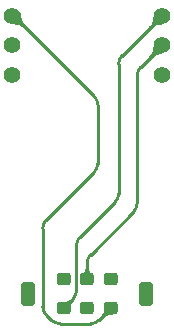
<source format=gbr>
G04 #@! TF.GenerationSoftware,KiCad,Pcbnew,(6.0.6-0)*
G04 #@! TF.CreationDate,2022-11-05T02:26:20-04:00*
G04 #@! TF.ProjectId,Twins Switch PCB,5477696e-7320-4537-9769-746368205043,1*
G04 #@! TF.SameCoordinates,Original*
G04 #@! TF.FileFunction,Copper,L2,Bot*
G04 #@! TF.FilePolarity,Positive*
%FSLAX46Y46*%
G04 Gerber Fmt 4.6, Leading zero omitted, Abs format (unit mm)*
G04 Created by KiCad (PCBNEW (6.0.6-0)) date 2022-11-05 02:26:20*
%MOMM*%
%LPD*%
G01*
G04 APERTURE LIST*
G04 Aperture macros list*
%AMRoundRect*
0 Rectangle with rounded corners*
0 $1 Rounding radius*
0 $2 $3 $4 $5 $6 $7 $8 $9 X,Y pos of 4 corners*
0 Add a 4 corners polygon primitive as box body*
4,1,4,$2,$3,$4,$5,$6,$7,$8,$9,$2,$3,0*
0 Add four circle primitives for the rounded corners*
1,1,$1+$1,$2,$3*
1,1,$1+$1,$4,$5*
1,1,$1+$1,$6,$7*
1,1,$1+$1,$8,$9*
0 Add four rect primitives between the rounded corners*
20,1,$1+$1,$2,$3,$4,$5,0*
20,1,$1+$1,$4,$5,$6,$7,0*
20,1,$1+$1,$6,$7,$8,$9,0*
20,1,$1+$1,$8,$9,$2,$3,0*%
G04 Aperture macros list end*
G04 #@! TA.AperFunction,ComponentPad*
%ADD10C,1.400000*%
G04 #@! TD*
G04 #@! TA.AperFunction,ComponentPad*
%ADD11RoundRect,0.262500X0.337500X0.262500X-0.337500X0.262500X-0.337500X-0.262500X0.337500X-0.262500X0*%
G04 #@! TD*
G04 #@! TA.AperFunction,ComponentPad*
%ADD12RoundRect,0.312500X-0.312500X-0.687500X0.312500X-0.687500X0.312500X0.687500X-0.312500X0.687500X0*%
G04 #@! TD*
G04 #@! TA.AperFunction,Conductor*
%ADD13C,0.250000*%
G04 #@! TD*
G04 APERTURE END LIST*
D10*
X133990000Y-97630000D03*
X146670000Y-92630000D03*
X133990000Y-95130000D03*
X146670000Y-95130000D03*
X146670000Y-97630000D03*
X133990000Y-92630000D03*
D11*
X142320000Y-114890000D03*
X140320000Y-114890000D03*
X138320000Y-114890000D03*
X142320000Y-117390000D03*
X140320000Y-117390000D03*
X138320000Y-117390000D03*
D12*
X145320000Y-116140000D03*
X135320000Y-116140000D03*
D13*
X140612893Y-112837107D02*
X144267107Y-109182893D01*
X146460000Y-95340000D02*
X146460000Y-95130000D01*
X140320000Y-114890000D02*
X140320000Y-113544214D01*
X144560000Y-108475786D02*
X144560000Y-97654214D01*
X144852893Y-96947107D02*
X146460000Y-95340000D01*
X144267114Y-109182900D02*
G75*
G03*
X144560000Y-108475786I-707114J707100D01*
G01*
X140612886Y-112837100D02*
G75*
G03*
X140320000Y-113544214I707114J-707100D01*
G01*
X144852886Y-96947100D02*
G75*
G03*
X144560000Y-97654214I707114J-707100D01*
G01*
X142980000Y-107675786D02*
X142980000Y-96714214D01*
X139697893Y-111372107D02*
X142687107Y-108382893D01*
X146535000Y-92745000D02*
X146535000Y-92630000D01*
X138320000Y-117390000D02*
X139112107Y-116597893D01*
X143272893Y-96007107D02*
X146535000Y-92745000D01*
X139405000Y-115890786D02*
X139405000Y-112079214D01*
X143272886Y-96007100D02*
G75*
G03*
X142980000Y-96714214I707114J-707100D01*
G01*
X139405010Y-112079214D02*
G75*
G02*
X139697893Y-111372107I999990J14D01*
G01*
X139404990Y-115890786D02*
G75*
G02*
X139112107Y-116597893I-999990J-14D01*
G01*
X142979990Y-107675786D02*
G75*
G02*
X142687107Y-108382893I-999990J-14D01*
G01*
X136842893Y-109927107D02*
X140917107Y-105852893D01*
X136550000Y-117235786D02*
X136550000Y-110634214D01*
X140917107Y-99437107D02*
X134125202Y-92645202D01*
X142320000Y-117390000D02*
X141322893Y-118387107D01*
X141210000Y-105145786D02*
X141210000Y-100144214D01*
X140615786Y-118680000D02*
X137994214Y-118680000D01*
X134125202Y-92645202D02*
X134125201Y-92629999D01*
X137287107Y-118387107D02*
X136842893Y-117942893D01*
X136550010Y-110634214D02*
G75*
G02*
X136842893Y-109927107I999990J14D01*
G01*
X140917114Y-99437100D02*
G75*
G02*
X141210000Y-100144214I-707114J-707100D01*
G01*
X137994214Y-118679990D02*
G75*
G02*
X137287107Y-118387107I-14J999990D01*
G01*
X141322900Y-118387114D02*
G75*
G02*
X140615786Y-118680000I-707100J707114D01*
G01*
X140917114Y-105852900D02*
G75*
G03*
X141210000Y-105145786I-707114J707100D01*
G01*
X136550010Y-117235786D02*
G75*
G03*
X136842893Y-117942893I999990J-14D01*
G01*
G04 #@! TA.AperFunction,Conductor*
G36*
X140442064Y-113848427D02*
G01*
X140445480Y-113856198D01*
X140450195Y-113966266D01*
X140465016Y-114066904D01*
X140488316Y-114151344D01*
X140518948Y-114224018D01*
X140555766Y-114289358D01*
X140597623Y-114351795D01*
X140643371Y-114415763D01*
X140691707Y-114485463D01*
X140691999Y-114485905D01*
X140741740Y-114565665D01*
X140742145Y-114566367D01*
X140788523Y-114653671D01*
X140789377Y-114662585D01*
X140786624Y-114667268D01*
X140328433Y-115143731D01*
X140320229Y-115147319D01*
X140311567Y-115143731D01*
X139853377Y-114667269D01*
X139850112Y-114658931D01*
X139851477Y-114653671D01*
X139897855Y-114566367D01*
X139898260Y-114565665D01*
X139923867Y-114524603D01*
X139948000Y-114485905D01*
X139948292Y-114485463D01*
X139996628Y-114415763D01*
X140042376Y-114351795D01*
X140084233Y-114289358D01*
X140121051Y-114224018D01*
X140151683Y-114151344D01*
X140174983Y-114066904D01*
X140189804Y-113966266D01*
X140194520Y-113856199D01*
X140198298Y-113848080D01*
X140206209Y-113845000D01*
X140433791Y-113845000D01*
X140442064Y-113848427D01*
G37*
G04 #@! TD.AperFunction*
G04 #@! TA.AperFunction,Conductor*
G36*
X146655410Y-94891065D02*
G01*
X146659000Y-94899498D01*
X146659000Y-95845342D01*
X146655573Y-95853615D01*
X146649734Y-95856785D01*
X146629972Y-95860985D01*
X146629287Y-95861110D01*
X146513699Y-95878411D01*
X146513419Y-95878449D01*
X146405988Y-95891832D01*
X146405920Y-95891842D01*
X146405906Y-95891844D01*
X146304003Y-95907021D01*
X146303768Y-95907056D01*
X146203776Y-95929896D01*
X146203448Y-95930014D01*
X146203444Y-95930015D01*
X146103277Y-95966002D01*
X146102882Y-95966144D01*
X145997957Y-96021595D01*
X145885873Y-96102041D01*
X145771755Y-96205773D01*
X145763329Y-96208802D01*
X145755613Y-96205388D01*
X145594612Y-96044387D01*
X145591185Y-96036114D01*
X145594227Y-96028245D01*
X145654293Y-95962163D01*
X145697733Y-95914374D01*
X145697736Y-95914370D01*
X145697958Y-95914126D01*
X145778404Y-95802042D01*
X145833855Y-95697117D01*
X145870103Y-95596223D01*
X145892943Y-95496231D01*
X145908167Y-95394011D01*
X145921550Y-95286580D01*
X145921588Y-95286300D01*
X145938888Y-95170719D01*
X145939015Y-95170019D01*
X145965976Y-95043169D01*
X145966213Y-95042241D01*
X145980087Y-94995957D01*
X146006320Y-94908448D01*
X146011977Y-94901509D01*
X146017296Y-94900111D01*
X146353238Y-94893544D01*
X146647071Y-94887800D01*
X146655410Y-94891065D01*
G37*
G04 #@! TD.AperFunction*
G04 #@! TA.AperFunction,Conductor*
G36*
X138978463Y-116570612D02*
G01*
X139139387Y-116731536D01*
X139142814Y-116739809D01*
X139139734Y-116747720D01*
X139065448Y-116828655D01*
X139065438Y-116828668D01*
X139065239Y-116828884D01*
X139004557Y-116910526D01*
X138961325Y-116986710D01*
X138931597Y-117059758D01*
X138911429Y-117131995D01*
X138896876Y-117205742D01*
X138896866Y-117205802D01*
X138896862Y-117205824D01*
X138884007Y-117283240D01*
X138883978Y-117283407D01*
X138868888Y-117366777D01*
X138868773Y-117367335D01*
X138847547Y-117458902D01*
X138847344Y-117459656D01*
X138818405Y-117554185D01*
X138812707Y-117561093D01*
X138807448Y-117562458D01*
X138401663Y-117570390D01*
X138146550Y-117575377D01*
X138138211Y-117572112D01*
X138134623Y-117563450D01*
X138145897Y-116986710D01*
X138147542Y-116902552D01*
X138151130Y-116894349D01*
X138155815Y-116891595D01*
X138250343Y-116862655D01*
X138251097Y-116862452D01*
X138342663Y-116841226D01*
X138343222Y-116841111D01*
X138351194Y-116839668D01*
X138426644Y-116826012D01*
X138426709Y-116826001D01*
X138465467Y-116819564D01*
X138504175Y-116813137D01*
X138504197Y-116813133D01*
X138504257Y-116813123D01*
X138578004Y-116798570D01*
X138650241Y-116778402D01*
X138650544Y-116778279D01*
X138650549Y-116778277D01*
X138692412Y-116761240D01*
X138723289Y-116748674D01*
X138724971Y-116747720D01*
X138753490Y-116731536D01*
X138799473Y-116705442D01*
X138799766Y-116705224D01*
X138799771Y-116705221D01*
X138837768Y-116676979D01*
X138881115Y-116644760D01*
X138962280Y-116570265D01*
X138970691Y-116567196D01*
X138978463Y-116570612D01*
G37*
G04 #@! TD.AperFunction*
G04 #@! TA.AperFunction,Conductor*
G36*
X146647305Y-92387388D02*
G01*
X146655577Y-92390819D01*
X146659000Y-92399088D01*
X146659000Y-93342102D01*
X146655573Y-93350375D01*
X146649519Y-93353590D01*
X146616785Y-93359912D01*
X146616103Y-93360023D01*
X146500610Y-93375330D01*
X146500351Y-93375361D01*
X146440276Y-93381963D01*
X146393099Y-93387148D01*
X146393038Y-93387156D01*
X146393016Y-93387159D01*
X146291363Y-93401069D01*
X146291360Y-93401070D01*
X146291130Y-93401101D01*
X146290897Y-93401152D01*
X146191828Y-93422842D01*
X146191821Y-93422844D01*
X146191474Y-93422920D01*
X146091015Y-93458318D01*
X145986635Y-93513009D01*
X145875218Y-93592707D01*
X145874966Y-93592936D01*
X145874956Y-93592944D01*
X145761901Y-93695631D01*
X145753473Y-93698657D01*
X145745762Y-93695243D01*
X145584762Y-93534243D01*
X145581335Y-93525970D01*
X145584380Y-93518097D01*
X145638758Y-93458318D01*
X145688896Y-93403200D01*
X145770073Y-93290466D01*
X145826272Y-93185012D01*
X145863366Y-93083700D01*
X145887225Y-92983393D01*
X145903720Y-92880952D01*
X145918707Y-92773361D01*
X145918751Y-92773075D01*
X145938046Y-92657484D01*
X145938189Y-92656765D01*
X145941415Y-92642869D01*
X145967633Y-92529913D01*
X145967885Y-92529002D01*
X145996552Y-92439814D01*
X146010886Y-92395220D01*
X146016680Y-92388392D01*
X146022030Y-92387100D01*
X146647305Y-92387388D01*
G37*
G04 #@! TD.AperFunction*
G04 #@! TA.AperFunction,Conductor*
G36*
X134618665Y-92325421D02*
G01*
X134622002Y-92329819D01*
X134679498Y-92461828D01*
X134679870Y-92462799D01*
X134721690Y-92588208D01*
X134721929Y-92589023D01*
X134751143Y-92703788D01*
X134751248Y-92704237D01*
X134774100Y-92811669D01*
X134796773Y-92914660D01*
X134825477Y-93016116D01*
X134866471Y-93119158D01*
X134926010Y-93226903D01*
X134926230Y-93227204D01*
X135006455Y-93337128D01*
X135010354Y-93342471D01*
X135010560Y-93342697D01*
X135010561Y-93342698D01*
X135118227Y-93460725D01*
X135121271Y-93469147D01*
X135117856Y-93476883D01*
X134956847Y-93637892D01*
X134948574Y-93641319D01*
X134940730Y-93638299D01*
X134832091Y-93540087D01*
X134724570Y-93464682D01*
X134724187Y-93464491D01*
X134724182Y-93464488D01*
X134623830Y-93414440D01*
X134623421Y-93414236D01*
X134525644Y-93383443D01*
X134525263Y-93383379D01*
X134525256Y-93383377D01*
X134428500Y-93367037D01*
X134428492Y-93367036D01*
X134428243Y-93366994D01*
X134342059Y-93360608D01*
X134328356Y-93359592D01*
X134328352Y-93359592D01*
X134328220Y-93359582D01*
X134328104Y-93359578D01*
X134328087Y-93359577D01*
X134222664Y-93355903D01*
X134222534Y-93355898D01*
X134108600Y-93350654D01*
X134108015Y-93350612D01*
X134011829Y-93341333D01*
X134003923Y-93337128D01*
X134001252Y-93329688D01*
X134001184Y-92395564D01*
X134004610Y-92387290D01*
X134011696Y-92383923D01*
X134610087Y-92322851D01*
X134618665Y-92325421D01*
G37*
G04 #@! TD.AperFunction*
G04 #@! TA.AperFunction,Conductor*
G36*
X142501789Y-117207888D02*
G01*
X142505377Y-117216550D01*
X142505331Y-117218907D01*
X142494097Y-117793619D01*
X142492458Y-117877447D01*
X142488870Y-117885651D01*
X142484185Y-117888405D01*
X142389656Y-117917344D01*
X142388902Y-117917547D01*
X142300953Y-117937934D01*
X142297335Y-117938773D01*
X142296775Y-117938888D01*
X142213355Y-117953987D01*
X142213290Y-117953998D01*
X142174532Y-117960435D01*
X142135824Y-117966862D01*
X142135802Y-117966866D01*
X142135742Y-117966876D01*
X142061995Y-117981429D01*
X141989758Y-118001597D01*
X141989455Y-118001720D01*
X141989450Y-118001722D01*
X141947587Y-118018759D01*
X141916710Y-118031325D01*
X141916383Y-118031510D01*
X141916380Y-118031512D01*
X141901088Y-118040190D01*
X141840526Y-118074557D01*
X141840233Y-118074775D01*
X141840228Y-118074778D01*
X141803175Y-118102319D01*
X141758884Y-118135239D01*
X141758668Y-118135438D01*
X141758655Y-118135448D01*
X141677720Y-118209734D01*
X141669308Y-118212803D01*
X141661536Y-118209387D01*
X141500612Y-118048463D01*
X141497185Y-118040190D01*
X141500265Y-118032279D01*
X141574552Y-117951342D01*
X141574555Y-117951338D01*
X141574760Y-117951115D01*
X141606979Y-117907768D01*
X141635221Y-117869771D01*
X141635224Y-117869766D01*
X141635442Y-117869473D01*
X141678674Y-117793289D01*
X141708402Y-117720241D01*
X141728570Y-117648004D01*
X141743123Y-117574257D01*
X141756006Y-117496677D01*
X141771111Y-117413222D01*
X141771226Y-117412664D01*
X141772065Y-117409046D01*
X141792452Y-117321097D01*
X141792655Y-117320343D01*
X141821595Y-117225815D01*
X141827293Y-117218907D01*
X141832552Y-117217542D01*
X142238337Y-117209610D01*
X142493450Y-117204623D01*
X142501789Y-117207888D01*
G37*
G04 #@! TD.AperFunction*
M02*

</source>
